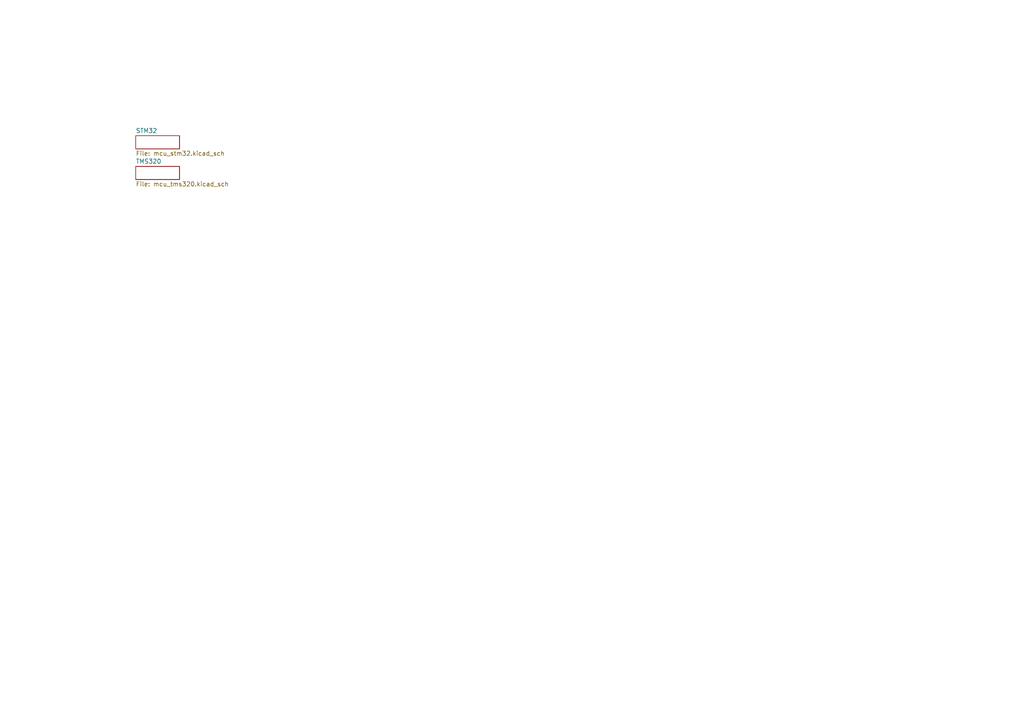
<source format=kicad_sch>
(kicad_sch
	(version 20231120)
	(generator "eeschema")
	(generator_version "8.0")
	(uuid "0293ff32-f070-42a4-b9c5-f51d0a2c8910")
	(paper "A4")
	(lib_symbols)
	(sheet
		(at 39.37 48.26)
		(size 12.7 3.81)
		(fields_autoplaced yes)
		(stroke
			(width 0.1524)
			(type solid)
		)
		(fill
			(color 0 0 0 0.0000)
		)
		(uuid "79c9d2dd-f0cb-4caa-9ec7-7103eaa8cd2d")
		(property "Sheetname" "TMS320"
			(at 39.37 47.5484 0)
			(effects
				(font
					(size 1.27 1.27)
				)
				(justify left bottom)
			)
		)
		(property "Sheetfile" "mcu_tms320.kicad_sch"
			(at 39.37 52.6546 0)
			(effects
				(font
					(size 1.27 1.27)
				)
				(justify left top)
			)
		)
		(instances
			(project "InverterMCUconverter"
				(path "/0293ff32-f070-42a4-b9c5-f51d0a2c8910"
					(page "3")
				)
			)
		)
	)
	(sheet
		(at 39.37 39.37)
		(size 12.7 3.81)
		(fields_autoplaced yes)
		(stroke
			(width 0.1524)
			(type solid)
		)
		(fill
			(color 0 0 0 0.0000)
		)
		(uuid "dbf1cc43-1462-41c0-9061-99b9bcc77670")
		(property "Sheetname" "STM32"
			(at 39.37 38.6584 0)
			(effects
				(font
					(size 1.27 1.27)
				)
				(justify left bottom)
			)
		)
		(property "Sheetfile" "mcu_stm32.kicad_sch"
			(at 39.37 43.7646 0)
			(effects
				(font
					(size 1.27 1.27)
				)
				(justify left top)
			)
		)
		(instances
			(project "InverterMCUconverter"
				(path "/0293ff32-f070-42a4-b9c5-f51d0a2c8910"
					(page "2")
				)
			)
		)
	)
	(sheet_instances
		(path "/"
			(page "1")
		)
	)
)

</source>
